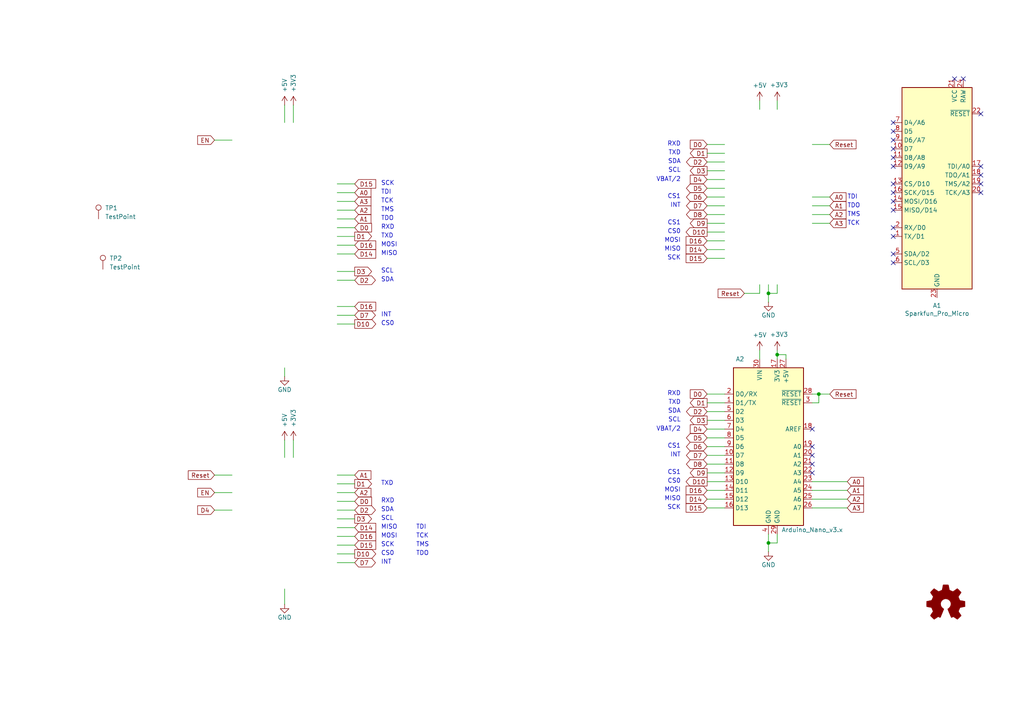
<source format=kicad_sch>
(kicad_sch (version 20231120) (generator "eeschema") (generator_version "8.0")
  (paper "A4")
  (title_block (title "WING") (date "2020-06-01") (rev "v1.0") (company "nerdyscout"))
  (lib_symbols
    (symbol "Connector:TestPoint" (pin_numbers hide) (pin_names (offset 0.762) hide)
      (property "Reference" "TP" (at 0 6.858 0))
      (property "Value" "TestPoint" (at 0 5.08 0))
      (symbol "TestPoint_0_1"
        (circle (center 0 3.302) (radius 0.762))
      )
      (symbol "TestPoint_1_1"
        (pin passive line (at 0 0 90) (length 2.54) (name "1") (number "1"))
      )
    )
    (symbol "Graphic:Logo_Open_Hardware_Small" (in_bom no) (on_board no)
      (symbol "Logo_Open_Hardware_Small_0_1"
        (polyline (pts (xy 3.3528 -4.3434) (xy 3.302 -4.318) (xy 3.175 -4.2418) (xy 2.9972 -4.1148) (xy 2.7686 -3.9624) (xy 2.54 -3.81) (xy 2.3622 -3.7084) (xy 2.2352 -3.6068) (xy 2.1844 -3.5814) (xy 2.159 -3.6068) (xy 2.0574 -3.6576) (xy 1.905 -3.7338) (xy 1.8034 -3.7846) (xy 1.6764 -3.8354) (xy 1.6002 -3.8354) (xy 1.6002 -3.8354) (xy 1.5494 -3.7338) (xy 1.4732 -3.5306) (xy 1.3462 -3.302) (xy 1.2446 -3.0226) (xy 1.1176 -2.7178) (xy 0.9652 -2.413) (xy 0.8636 -2.1082) (xy 0.7366 -1.8288) (xy 0.6604 -1.6256) (xy 0.6096 -1.4732) (xy 0.5842 -1.397) (xy 0.5842 -1.397) (xy 0.6604 -1.3208) (xy 0.7874 -1.2446) (xy 1.0414 -1.016) (xy 1.2954 -0.6858) (xy 1.4478 -0.3302) (xy 1.524 0.0762) (xy 1.4732 0.4572) (xy 1.3208 0.8128) (xy 1.0668 1.143) (xy 0.762 1.3716) (xy 0.4064 1.524) (xy 0 1.5748) (xy -0.381 1.5494) (xy -0.7366 1.397) (xy -1.0668 1.143) (xy -1.2192 0.9906) (xy -1.397 0.6604) (xy -1.524 0.3048) (xy -1.524 0.2286) (xy -1.4986 -0.1778) (xy -1.397 -0.5334) (xy -1.1938 -0.8636) (xy -0.9144 -1.143) (xy -0.8636 -1.1684) (xy -0.7366 -1.27) (xy -0.635 -1.3462) (xy -0.5842 -1.397) (xy -1.0668 -2.5908) (xy -1.143 -2.794) (xy -1.2954 -3.1242) (xy -1.397 -3.4036) (xy -1.4986 -3.6322) (xy -1.5748 -3.7846) (xy -1.6002 -3.8354) (xy -1.6002 -3.8354) (xy -1.651 -3.8354) (xy -1.7272 -3.81) (xy -1.905 -3.7338) (xy -2.0066 -3.683) (xy -2.1336 -3.6068) (xy -2.2098 -3.5814) (xy -2.2606 -3.6068) (xy -2.3622 -3.683) (xy -2.54 -3.81) (xy -2.7686 -3.9624) (xy -2.9718 -4.0894) (xy -3.1496 -4.2164) (xy -3.302 -4.318) (xy -3.3528 -4.3434) (xy -3.3782 -4.3434) (xy -3.429 -4.318) (xy -3.5306 -4.2164) (xy -3.7084 -4.064) (xy -3.937 -3.8354) (xy -3.9624 -3.81) (xy -4.1656 -3.6068) (xy -4.318 -3.4544) (xy -4.4196 -3.3274) (xy -4.445 -3.2766) (xy -4.445 -3.2766) (xy -4.4196 -3.2258) (xy -4.318 -3.0734) (xy -4.2164 -2.8956) (xy -4.064 -2.667) (xy -3.6576 -2.0828) (xy -3.8862 -1.5494) (xy -3.937 -1.3716) (xy -4.0386 -1.1684) (xy -4.0894 -1.0414) (xy -4.1148 -0.9652) (xy -4.191 -0.9398) (xy -4.318 -0.9144) (xy -4.5466 -0.8636) (xy -4.8006 -0.8128) (xy -5.0546 -0.7874) (xy -5.2578 -0.7366) (xy -5.4356 -0.7112) (xy -5.5118 -0.6858) (xy -5.5118 -0.6858) (xy -5.5372 -0.635) (xy -5.5372 -0.5588) (xy -5.5372 -0.4318) (xy -5.5626 -0.2286) (xy -5.5626 0.0762) (xy -5.5626 0.127) (xy -5.5372 0.4064) (xy -5.5372 0.635) (xy -5.5372 0.762) (xy -5.5372 0.8382) (xy -5.5372 0.8382) (xy -5.461 0.8382) (xy -5.3086 0.889) (xy -5.08 0.9144) (xy -4.826 0.9652) (xy -4.8006 0.9906) (xy -4.5466 1.0414) (xy -4.318 1.0668) (xy -4.1656 1.1176) (xy -4.0894 1.143) (xy -4.0894 1.143) (xy -4.0386 1.2446) (xy -3.9624 1.4224) (xy -3.8608 1.6256) (xy -3.7846 1.8288) (xy -3.7084 2.0066) (xy -3.6576 2.159) (xy -3.6322 2.2098) (xy -3.6322 2.2098) (xy -3.683 2.286) (xy -3.7592 2.413) (xy -3.8862 2.5908) (xy -4.064 2.8194) (xy -4.064 2.8448) (xy -4.2164 3.0734) (xy -4.3434 3.2512) (xy -4.4196 3.3782) (xy -4.445 3.4544) (xy -4.445 3.4544) (xy -4.3942 3.5052) (xy -4.2926 3.6322) (xy -4.1148 3.81) (xy -3.937 4.0132) (xy -3.8608 4.064) (xy -3.6576 4.2926) (xy -3.5052 4.4196) (xy -3.4036 4.4958) (xy -3.3528 4.5212) (xy -3.3528 4.5212) (xy -3.302 4.4704) (xy -3.1496 4.3688) (xy -2.9718 4.2418) (xy -2.7432 4.0894) (xy -2.7178 4.0894) (xy -2.4892 3.937) (xy -2.3114 3.81) (xy -2.1844 3.7084) (xy -2.1336 3.683) (xy -2.1082 3.683) (xy -2.032 3.7084) (xy -1.8542 3.7592) (xy -1.6764 3.8354) (xy -1.4732 3.937) (xy -1.27 4.0132) (xy -1.143 4.064) (xy -1.0668 4.1148) (xy -1.0668 4.1148) (xy -1.0414 4.191) (xy -1.016 4.3434) (xy -0.9652 4.572) (xy -0.9144 4.8514) (xy -0.889 4.9022) (xy -0.8382 5.1562) (xy -0.8128 5.3848) (xy -0.7874 5.5372) (xy -0.762 5.588) (xy -0.7112 5.6134) (xy -0.5842 5.6134) (xy -0.4064 5.6134) (xy -0.1524 5.6134) (xy 0.0762 5.6134) (xy 0.3302 5.6134) (xy 0.5334 5.6134) (xy 0.6858 5.588) (xy 0.7366 5.588) (xy 0.7366 5.588) (xy 0.762 5.5118) (xy 0.8128 5.334) (xy 0.8382 5.1054) (xy 0.9144 4.826) (xy 0.9144 4.7752) (xy 0.9652 4.5212) (xy 1.016 4.2926) (xy 1.0414 4.1402) (xy 1.0668 4.0894) (xy 1.0668 4.0894) (xy 1.1938 4.0386) (xy 1.3716 3.9624) (xy 1.5748 3.8608) (xy 2.0828 3.6576) (xy 2.7178 4.0894) (xy 2.7686 4.1402) (xy 2.9972 4.2926) (xy 3.175 4.4196) (xy 3.302 4.4958) (xy 3.3782 4.5212) (xy 3.3782 4.5212) (xy 3.429 4.4704) (xy 3.556 4.3434) (xy 3.7338 4.191) (xy 3.9116 3.9878) (xy 4.064 3.8354) (xy 4.2418 3.6576) (xy 4.3434 3.556) (xy 4.4196 3.4798) (xy 4.4196 3.429) (xy 4.4196 3.4036) (xy 4.3942 3.3274) (xy 4.2926 3.2004) (xy 4.1656 2.9972) (xy 4.0132 2.794) (xy 3.8862 2.5908) (xy 3.7592 2.3876) (xy 3.6576 2.2352) (xy 3.6322 2.159) (xy 3.6322 2.1336) (xy 3.683 2.0066) (xy 3.7592 1.8288) (xy 3.8608 1.6002) (xy 4.064 1.1176) (xy 4.3942 1.0414) (xy 4.5974 1.016) (xy 4.8768 0.9652) (xy 5.1308 0.9144) (xy 5.5372 0.8382) (xy 5.5626 -0.6604) (xy 5.4864 -0.6858) (xy 5.4356 -0.6858) (xy 5.2832 -0.7366) (xy 5.0546 -0.762) (xy 4.8006 -0.8128) (xy 4.5974 -0.8636) (xy 4.3688 -0.9144) (xy 4.2164 -0.9398) (xy 4.1402 -0.9398) (xy 4.1148 -0.9652) (xy 4.064 -1.0668) (xy 3.9878 -1.2446) (xy 3.9116 -1.4478) (xy 3.81 -1.651) (xy 3.7338 -1.8542) (xy 3.683 -2.0066) (xy 3.6576 -2.0828) (xy 3.683 -2.1336) (xy 3.7846 -2.2606) (xy 3.8862 -2.4638) (xy 4.0386 -2.667) (xy 4.191 -2.8956) (xy 4.318 -3.0734) (xy 4.3942 -3.2004) (xy 4.445 -3.2766) (xy 4.4196 -3.3274) (xy 4.3434 -3.429) (xy 4.1656 -3.5814) (xy 3.937 -3.8354) (xy 3.8862 -3.8608) (xy 3.683 -4.064) (xy 3.5306 -4.2164) (xy 3.4036 -4.318) (xy 3.3528 -4.3434)) (fill (type outline)))
      )
    )
    (symbol "MCU_Module:Arduino_Nano_v3.x"
      (property "Reference" "A" (at -10.16 23.495 0))
      (property "Value" "Arduino_Nano_v3.x" (at 5.08 -24.13 0))
      (symbol "Arduino_Nano_v3.x_0_1"
        (rectangle (start -10.16 22.86) (end 10.16 -22.86) (stroke (width 0.254)) (fill (type background)))
      )
      (symbol "Arduino_Nano_v3.x_1_1"
        (pin bidirectional line (at -12.7 12.7 0) (length 2.54) (name "D1/TX") (number "1"))
        (pin bidirectional line (at -12.7 -2.54 0) (length 2.54) (name "D7") (number "10"))
        (pin bidirectional line (at -12.7 -5.08 0) (length 2.54) (name "D8") (number "11"))
        (pin bidirectional line (at -12.7 -7.62 0) (length 2.54) (name "D9") (number "12"))
        (pin bidirectional line (at -12.7 -10.16 0) (length 2.54) (name "D10") (number "13"))
        (pin bidirectional line (at -12.7 -12.7 0) (length 2.54) (name "D11") (number "14"))
        (pin bidirectional line (at -12.7 -15.24 0) (length 2.54) (name "D12") (number "15"))
        (pin bidirectional line (at -12.7 -17.78 0) (length 2.54) (name "D13") (number "16"))
        (pin power_out line (at 2.54 25.4 270) (length 2.54) (name "3V3") (number "17"))
        (pin input line (at 12.7 5.08 180) (length 2.54) (name "AREF") (number "18"))
        (pin bidirectional line (at 12.7 0 180) (length 2.54) (name "A0") (number "19"))
        (pin bidirectional line (at -12.7 15.24 0) (length 2.54) (name "D0/RX") (number "2"))
        (pin bidirectional line (at 12.7 -2.54 180) (length 2.54) (name "A1") (number "20"))
        (pin bidirectional line (at 12.7 -5.08 180) (length 2.54) (name "A2") (number "21"))
        (pin bidirectional line (at 12.7 -7.62 180) (length 2.54) (name "A3") (number "22"))
        (pin bidirectional line (at 12.7 -10.16 180) (length 2.54) (name "A4") (number "23"))
        (pin bidirectional line (at 12.7 -12.7 180) (length 2.54) (name "A5") (number "24"))
        (pin bidirectional line (at 12.7 -15.24 180) (length 2.54) (name "A6") (number "25"))
        (pin bidirectional line (at 12.7 -17.78 180) (length 2.54) (name "A7") (number "26"))
        (pin power_out line (at 5.08 25.4 270) (length 2.54) (name "+5V") (number "27"))
        (pin input line (at 12.7 15.24 180) (length 2.54) (name "~{RESET}") (number "28"))
        (pin power_in line (at 2.54 -25.4 90) (length 2.54) (name "GND") (number "29"))
        (pin input line (at 12.7 12.7 180) (length 2.54) (name "~{RESET}") (number "3"))
        (pin power_in line (at -2.54 25.4 270) (length 2.54) (name "VIN") (number "30"))
        (pin power_in line (at 0 -25.4 90) (length 2.54) (name "GND") (number "4"))
        (pin bidirectional line (at -12.7 10.16 0) (length 2.54) (name "D2") (number "5"))
        (pin bidirectional line (at -12.7 7.62 0) (length 2.54) (name "D3") (number "6"))
        (pin bidirectional line (at -12.7 5.08 0) (length 2.54) (name "D4") (number "7"))
        (pin bidirectional line (at -12.7 2.54 0) (length 2.54) (name "D5") (number "8"))
        (pin bidirectional line (at -12.7 0 0) (length 2.54) (name "D6") (number "9"))
      )
    )
    (symbol "ProMicro:Sparkfun_Pro_Micro"
      (property "Reference" "A" (at -10.16 29.21 0))
      (property "Value" "Sparkfun_Pro_Micro" (at 2.54 -31.75 0))
      (symbol "Sparkfun_Pro_Micro_0_1"
        (rectangle (start -10.16 27.94) (end 10.16 -30.48) (stroke (width 0.254)) (fill (type background)))
      )
      (symbol "Sparkfun_Pro_Micro_1_1"
        (pin bidirectional line (at -12.7 -15.24 0) (length 2.54) (name "TX/D1") (number "1"))
        (pin bidirectional line (at -12.7 10.16 0) (length 2.54) (name "D7") (number "10"))
        (pin bidirectional line (at -12.7 7.62 0) (length 2.54) (name "D8/A8") (number "11"))
        (pin bidirectional line (at -12.7 5.08 0) (length 2.54) (name "D9/A9") (number "12"))
        (pin bidirectional line (at -12.7 0 0) (length 2.54) (name "CS/D10") (number "13"))
        (pin bidirectional line (at -12.7 -5.08 0) (length 2.54) (name "MOSI/D16") (number "14"))
        (pin bidirectional line (at -12.7 -7.62 0) (length 2.54) (name "MISO/D14") (number "15"))
        (pin bidirectional line (at -12.7 -2.54 0) (length 2.54) (name "SCK/D15") (number "16"))
        (pin bidirectional line (at 12.7 5.08 180) (length 2.54) (name "TDI/A0") (number "17"))
        (pin bidirectional line (at 12.7 2.54 180) (length 2.54) (name "TDO/A1") (number "18"))
        (pin bidirectional line (at 12.7 0 180) (length 2.54) (name "TMS/A2") (number "19"))
        (pin bidirectional line (at -12.7 -12.7 0) (length 2.54) (name "RX/D0") (number "2"))
        (pin bidirectional line (at 12.7 -2.54 180) (length 2.54) (name "TCK/A3") (number "20"))
        (pin power_in line (at 5.08 30.48 270) (length 2.54) (name "VCC") (number "21"))
        (pin input line (at 12.7 20.32 180) (length 2.54) (name "~{RESET}") (number "22"))
        (pin power_in line (at 0 -33.02 90) (length 2.54) (name "GND") (number "23"))
        (pin power_in line (at 7.62 30.48 270) (length 2.54) (name "RAW") (number "24"))
        (pin passive line (at 0 -33.02 90) (length 2.54) hide (name "GND") (number "3"))
        (pin passive line (at 0 -33.02 90) (length 2.54) hide (name "GND") (number "4"))
        (pin bidirectional line (at -12.7 -20.32 0) (length 2.54) (name "SDA/D2") (number "5"))
        (pin bidirectional line (at -12.7 -22.86 0) (length 2.54) (name "SCL/D3") (number "6"))
        (pin bidirectional line (at -12.7 17.78 0) (length 2.54) (name "D4/A6") (number "7"))
        (pin bidirectional line (at -12.7 15.24 0) (length 2.54) (name "D5") (number "8"))
        (pin bidirectional line (at -12.7 12.7 0) (length 2.54) (name "D6/A7") (number "9"))
      )
    )
    (symbol "power:+3V3" (power) (pin_numbers hide) (pin_names (offset 0) hide)
      (property "Value" "+3V3" (at 0 3.556 0))
      (symbol "+3V3_0_1"
        (polyline (pts (xy -0.762 1.27) (xy 0 2.54)))
        (polyline (pts (xy 0 0) (xy 0 2.54)))
        (polyline (pts (xy 0 2.54) (xy 0.762 1.27)))
      )
      (symbol "+3V3_1_1"
        (pin power_in line (at 0 0 90) (length 0) (name "~") (number "1"))
      )
    )
    (symbol "power:+5V" (power) (pin_numbers hide) (pin_names (offset 0) hide)
      (property "Value" "+5V" (at 0 3.556 0))
      (symbol "+5V_0_1"
        (polyline (pts (xy -0.762 1.27) (xy 0 2.54)))
        (polyline (pts (xy 0 0) (xy 0 2.54)))
        (polyline (pts (xy 0 2.54) (xy 0.762 1.27)))
      )
      (symbol "+5V_1_1"
        (pin power_in line (at 0 0 90) (length 0) (name "~") (number "1"))
      )
    )
    (symbol "power:GND" (power) (pin_numbers hide) (pin_names (offset 0) hide)
      (property "Value" "GND" (at 0 -3.81 0))
      (symbol "GND_0_1"
        (polyline (pts (xy 0 0) (xy 0 -1.27) (xy 1.27 -1.27) (xy 0 -2.54) (xy -1.27 -1.27) (xy 0 -1.27)))
      )
      (symbol "GND_1_1"
        (pin power_in line (at 0 0 270) (length 0) (name "~") (number "1"))
      )
    )
  )
  (junction (at 225.425 102.87))
  (junction (at 222.885 157.48))
  (junction (at 222.885 85.09))
  (junction (at 237.49 114.3))
  (no_connect (at 259.08 58.42))
  (no_connect (at 279.4 22.86))
  (no_connect (at 259.08 66.04))
  (no_connect (at 276.86 22.86))
  (no_connect (at 259.08 76.2))
  (no_connect (at 259.08 68.58))
  (no_connect (at 235.585 134.62))
  (no_connect (at 259.08 45.72))
  (no_connect (at 235.585 129.54))
  (no_connect (at 259.08 38.1))
  (no_connect (at 259.08 55.88))
  (no_connect (at 259.08 43.18))
  (no_connect (at 284.48 48.26))
  (no_connect (at 235.585 137.16))
  (no_connect (at 259.08 48.26))
  (no_connect (at 259.08 73.66))
  (no_connect (at 284.48 50.8))
  (no_connect (at 284.48 53.34))
  (no_connect (at 259.08 40.64))
  (no_connect (at 259.08 35.56))
  (no_connect (at 284.48 55.88))
  (no_connect (at 235.585 132.08))
  (no_connect (at 284.48 33.02))
  (no_connect (at 259.08 53.34))
  (no_connect (at 235.585 124.46))
  (no_connect (at 259.08 60.96))
  (wire (pts (xy 225.425 85.09) (xy 222.885 85.09)))
  (wire (pts (xy 102.87 68.58) (xy 97.79 68.58)))
  (wire (pts (xy 205.105 57.15) (xy 210.185 57.15)))
  (wire (pts (xy 205.105 67.31) (xy 210.185 67.31)))
  (wire (pts (xy 205.105 132.08) (xy 210.185 132.08)))
  (wire (pts (xy 102.87 66.04) (xy 97.79 66.04)))
  (wire (pts (xy 235.585 139.7) (xy 245.745 139.7)))
  (wire (pts (xy 102.87 88.9) (xy 97.79 88.9)))
  (wire (pts (xy 215.9 85.09) (xy 220.345 85.09)))
  (wire (pts (xy 97.79 60.96) (xy 102.87 60.96)))
  (wire (pts (xy 85.09 35.56) (xy 85.09 30.48)))
  (wire (pts (xy 102.87 71.12) (xy 97.79 71.12)))
  (wire (pts (xy 205.105 64.77) (xy 210.185 64.77)))
  (wire (pts (xy 205.105 52.07) (xy 210.185 52.07)))
  (wire (pts (xy 235.585 142.24) (xy 245.745 142.24)))
  (wire (pts (xy 225.425 154.94) (xy 225.425 157.48)))
  (wire (pts (xy 102.87 73.66) (xy 97.79 73.66)))
  (wire (pts (xy 205.105 49.53) (xy 210.185 49.53)))
  (wire (pts (xy 102.87 53.34) (xy 97.79 53.34)))
  (wire (pts (xy 102.87 155.575) (xy 97.79 155.575)))
  (wire (pts (xy 102.87 160.655) (xy 97.79 160.655)))
  (wire (pts (xy 205.105 72.39) (xy 210.185 72.39)))
  (wire (pts (xy 102.87 163.195) (xy 97.79 163.195)))
  (wire (pts (xy 205.105 74.93) (xy 210.185 74.93)))
  (wire (pts (xy 205.105 62.23) (xy 210.185 62.23)))
  (wire (pts (xy 235.585 59.69) (xy 240.665 59.69)))
  (wire (pts (xy 67.31 40.64) (xy 62.23 40.64)))
  (wire (pts (xy 82.55 127.635) (xy 82.55 132.715)))
  (wire (pts (xy 97.79 58.42) (xy 102.87 58.42)))
  (wire (pts (xy 205.105 129.54) (xy 210.185 129.54)))
  (wire (pts (xy 235.585 144.78) (xy 245.745 144.78)))
  (wire (pts (xy 205.105 134.62) (xy 210.185 134.62)))
  (wire (pts (xy 205.105 124.46) (xy 210.185 124.46)))
  (wire (pts (xy 205.105 69.85) (xy 210.185 69.85)))
  (wire (pts (xy 235.585 62.23) (xy 240.665 62.23)))
  (wire (pts (xy 102.87 93.98) (xy 97.79 93.98)))
  (wire (pts (xy 102.87 78.74) (xy 97.79 78.74)))
  (wire (pts (xy 235.585 114.3) (xy 237.49 114.3)))
  (wire (pts (xy 237.49 116.84) (xy 237.49 114.3)))
  (wire (pts (xy 205.105 119.38) (xy 210.185 119.38)))
  (wire (pts (xy 237.49 114.3) (xy 240.665 114.3)))
  (wire (pts (xy 225.425 102.87) (xy 225.425 104.14)))
  (wire (pts (xy 220.345 85.09) (xy 220.345 82.55)))
  (wire (pts (xy 222.885 157.48) (xy 222.885 160.02)))
  (wire (pts (xy 205.105 139.7) (xy 210.185 139.7)))
  (wire (pts (xy 205.105 41.91) (xy 210.185 41.91)))
  (wire (pts (xy 102.87 140.335) (xy 97.79 140.335)))
  (wire (pts (xy 235.585 116.84) (xy 237.49 116.84)))
  (wire (pts (xy 225.425 82.55) (xy 225.425 85.09)))
  (wire (pts (xy 205.105 44.45) (xy 210.185 44.45)))
  (wire (pts (xy 205.105 116.84) (xy 210.185 116.84)))
  (wire (pts (xy 205.105 147.32) (xy 210.185 147.32)))
  (wire (pts (xy 102.87 150.495) (xy 97.79 150.495)))
  (wire (pts (xy 222.885 85.09) (xy 222.885 87.63)))
  (wire (pts (xy 235.585 41.91) (xy 240.665 41.91)))
  (wire (pts (xy 227.965 104.14) (xy 227.965 102.87)))
  (wire (pts (xy 97.79 142.875) (xy 102.87 142.875)))
  (wire (pts (xy 67.31 137.795) (xy 62.23 137.795)))
  (wire (pts (xy 220.345 101.6) (xy 220.345 104.14)))
  (wire (pts (xy 225.425 101.6) (xy 225.425 102.87)))
  (wire (pts (xy 220.345 29.21) (xy 220.345 31.75)))
  (wire (pts (xy 97.79 55.88) (xy 102.87 55.88)))
  (wire (pts (xy 205.105 144.78) (xy 210.185 144.78)))
  (wire (pts (xy 62.23 147.955) (xy 67.31 147.955)))
  (wire (pts (xy 225.425 157.48) (xy 222.885 157.48)))
  (wire (pts (xy 102.87 81.28) (xy 97.79 81.28)))
  (wire (pts (xy 102.87 147.955) (xy 97.79 147.955)))
  (wire (pts (xy 85.09 132.715) (xy 85.09 127.635)))
  (wire (pts (xy 102.87 91.44) (xy 97.79 91.44)))
  (wire (pts (xy 205.105 54.61) (xy 210.185 54.61)))
  (wire (pts (xy 235.585 57.15) (xy 240.665 57.15)))
  (wire (pts (xy 222.885 82.55) (xy 222.885 85.09)))
  (wire (pts (xy 82.55 175.26) (xy 82.55 170.815)))
  (wire (pts (xy 227.965 102.87) (xy 225.425 102.87)))
  (wire (pts (xy 205.105 114.3) (xy 210.185 114.3)))
  (wire (pts (xy 102.87 153.035) (xy 97.79 153.035)))
  (wire (pts (xy 235.585 64.77) (xy 240.665 64.77)))
  (wire (pts (xy 205.105 127) (xy 210.185 127)))
  (wire (pts (xy 222.885 154.94) (xy 222.885 157.48)))
  (wire (pts (xy 102.87 145.415) (xy 97.79 145.415)))
  (wire (pts (xy 235.585 147.32) (xy 245.745 147.32)))
  (wire (pts (xy 205.105 142.24) (xy 210.185 142.24)))
  (wire (pts (xy 97.79 63.5) (xy 102.87 63.5)))
  (wire (pts (xy 82.55 30.48) (xy 82.55 35.56)))
  (wire (pts (xy 102.87 158.115) (xy 97.79 158.115)))
  (wire (pts (xy 82.55 106.68) (xy 82.55 109.22)))
  (wire (pts (xy 205.105 121.92) (xy 210.185 121.92)))
  (wire (pts (xy 205.105 137.16) (xy 210.185 137.16)))
  (wire (pts (xy 205.105 59.69) (xy 210.185 59.69)))
  (wire (pts (xy 67.31 142.875) (xy 62.23 142.875)))
  (wire (pts (xy 97.79 137.795) (xy 102.87 137.795)))
  (wire (pts (xy 225.425 29.21) (xy 225.425 31.75)))
  (wire (pts (xy 205.105 46.99) (xy 210.185 46.99)))
  (text "TDO" (at 245.745 60.452 0) (effects (font (size 1.27 1.27)) (justify left bottom)))
  (text "TDO" (at 120.65 161.29 0) (effects (font (size 1.27 1.27)) (justify left bottom)))
  (text "TXD" (at 110.49 69.215 0) (effects (font (size 1.27 1.27)) (justify left bottom)))
  (text "CS0" (at 197.485 67.945 0) (effects (font (size 1.27 1.27)) (justify right bottom)))
  (text "SCL" (at 110.49 151.13 0) (effects (font (size 1.27 1.27)) (justify left bottom)))
  (text "SDA" (at 110.49 81.915 0) (effects (font (size 1.27 1.27)) (justify left bottom)))
  (text "MISO" (at 197.485 73.025 0) (effects (font (size 1.27 1.27)) (justify right bottom)))
  (text "SCK" (at 110.49 158.75 0) (effects (font (size 1.27 1.27)) (justify left bottom)))
  (text "TDI" (at 120.65 153.67 0) (effects (font (size 1.27 1.27)) (justify left bottom)))
  (text "CS0" (at 197.485 140.335 0) (effects (font (size 1.27 1.27)) (justify right bottom)))
  (text "SCL" (at 110.49 79.375 0) (effects (font (size 1.27 1.27)) (justify left bottom)))
  (text "TXD" (at 197.485 45.085 0) (effects (font (size 1.27 1.27)) (justify right bottom)))
  (text "CS0" (at 110.49 94.615 0) (effects (font (size 1.27 1.27)) (justify left bottom)))
  (text "RXD" (at 197.485 42.545 0) (effects (font (size 1.27 1.27)) (justify right bottom)))
  (text "SCK" (at 197.485 147.955 0) (effects (font (size 1.27 1.27)) (justify right bottom)))
  (text "INT" (at 197.485 60.325 0) (effects (font (size 1.27 1.27)) (justify right bottom)))
  (text "TMS" (at 120.65 158.75 0) (effects (font (size 1.27 1.27)) (justify left bottom)))
  (text "MISO" (at 110.49 153.67 0) (effects (font (size 1.27 1.27)) (justify left bottom)))
  (text "SCL" (at 197.485 122.555 0) (effects (font (size 1.27 1.27)) (justify right bottom)))
  (text "RXD" (at 197.485 114.935 0) (effects (font (size 1.27 1.27)) (justify right bottom)))
  (text "CS1" (at 197.485 65.405 0) (effects (font (size 1.27 1.27)) (justify right bottom)))
  (text "TMS" (at 245.745 62.992 0) (effects (font (size 1.27 1.27)) (justify left bottom)))
  (text "TXD" (at 197.485 117.475 0) (effects (font (size 1.27 1.27)) (justify right bottom)))
  (text "VBAT/2" (at 197.485 125.222 0) (effects (font (size 1.27 1.27)) (justify right bottom)))
  (text "SCL" (at 197.485 50.165 0) (effects (font (size 1.27 1.27)) (justify right bottom)))
  (text "VBAT/2" (at 197.485 52.832 0) (effects (font (size 1.27 1.27)) (justify right bottom)))
  (text "TCK" (at 120.65 156.21 0) (effects (font (size 1.27 1.27)) (justify left bottom)))
  (text "TCK" (at 245.745 65.532 0) (effects (font (size 1.27 1.27)) (justify left bottom)))
  (text "MISO" (at 197.485 145.415 0) (effects (font (size 1.27 1.27)) (justify right bottom)))
  (text "TXD" (at 110.49 140.97 0) (effects (font (size 1.27 1.27)) (justify left bottom)))
  (text "SDA" (at 110.49 148.59 0) (effects (font (size 1.27 1.27)) (justify left bottom)))
  (text "RXD" (at 110.49 66.675 0) (effects (font (size 1.27 1.27)) (justify left bottom)))
  (text "TCK" (at 110.49 59.055 0) (effects (font (size 1.27 1.27)) (justify left bottom)))
  (text "TMS" (at 110.49 61.595 0) (effects (font (size 1.27 1.27)) (justify left bottom)))
  (text "MOSI" (at 197.485 142.875 0) (effects (font (size 1.27 1.27)) (justify right bottom)))
  (text "MISO" (at 110.49 74.295 0) (effects (font (size 1.27 1.27)) (justify left bottom)))
  (text "INT" (at 197.485 132.715 0) (effects (font (size 1.27 1.27)) (justify right bottom)))
  (text "SDA" (at 197.485 47.625 0) (effects (font (size 1.27 1.27)) (justify right bottom)))
  (text "MOSI" (at 110.49 71.755 0) (effects (font (size 1.27 1.27)) (justify left bottom)))
  (text "CS1" (at 197.485 57.785 0) (effects (font (size 1.27 1.27)) (justify right bottom)))
  (text "CS0" (at 110.49 161.29 0) (effects (font (size 1.27 1.27)) (justify left bottom)))
  (text "CS1" (at 197.485 137.795 0) (effects (font (size 1.27 1.27)) (justify right bottom)))
  (text "INT" (at 110.49 92.075 0) (effects (font (size 1.27 1.27)) (justify left bottom)))
  (text "CS1" (at 197.485 130.175 0) (effects (font (size 1.27 1.27)) (justify right bottom)))
  (text "RXD" (at 110.49 146.05 0) (effects (font (size 1.27 1.27)) (justify left bottom)))
  (text "MOSI" (at 197.485 70.485 0) (effects (font (size 1.27 1.27)) (justify right bottom)))
  (text "TDI" (at 110.49 56.515 0) (effects (font (size 1.27 1.27)) (justify left bottom)))
  (text "MOSI" (at 110.49 156.21 0) (effects (font (size 1.27 1.27)) (justify left bottom)))
  (text "SCK" (at 197.485 75.565 0) (effects (font (size 1.27 1.27)) (justify right bottom)))
  (text "TDO" (at 110.49 64.135 0) (effects (font (size 1.27 1.27)) (justify left bottom)))
  (text "INT" (at 110.49 163.83 0) (effects (font (size 1.27 1.27)) (justify left bottom)))
  (text "SCK" (at 110.49 53.975 0) (effects (font (size 1.27 1.27)) (justify left bottom)))
  (text "TDI" (at 245.745 57.912 0) (effects (font (size 1.27 1.27)) (justify left bottom)))
  (text "SDA" (at 197.485 120.015 0) (effects (font (size 1.27 1.27)) (justify right bottom)))
  (global_label "D1" (shape output) (at 205.105 116.84 180) (property "Intersheetrefs" "${INTERSHEET_REFS}" (effects (hide yes))))
  (global_label "D15" (shape input) (at 205.105 147.32 180) (property "Intersheetrefs" "${INTERSHEET_REFS}" (effects (hide yes))))
  (global_label "D7" (shape bidirectional) (at 102.87 163.195 0) (property "Intersheetrefs" "${INTERSHEET_REFS}" (effects (hide yes))))
  (global_label "EN" (shape input) (at 62.23 40.64 180) (property "Intersheetrefs" "${INTERSHEET_REFS}" (effects (hide yes))))
  (global_label "D9" (shape output) (at 205.105 137.16 180) (property "Intersheetrefs" "${INTERSHEET_REFS}" (effects (hide yes))))
  (global_label "D0" (shape input) (at 102.87 66.04 0) (property "Intersheetrefs" "${INTERSHEET_REFS}" (effects (hide yes))))
  (global_label "A2" (shape input) (at 102.87 60.96 0) (property "Intersheetrefs" "${INTERSHEET_REFS}" (effects (hide yes))))
  (global_label "D14" (shape input) (at 205.105 72.39 180) (property "Intersheetrefs" "${INTERSHEET_REFS}" (effects (hide yes))))
  (global_label "Reset" (shape input) (at 240.665 41.91 0) (property "Intersheetrefs" "${INTERSHEET_REFS}" (effects (hide yes))))
  (global_label "Reset" (shape input) (at 215.9 85.09 180) (property "Intersheetrefs" "${INTERSHEET_REFS}" (effects (hide yes))))
  (global_label "D10" (shape output) (at 205.105 139.7 180) (property "Intersheetrefs" "${INTERSHEET_REFS}" (effects (hide yes))))
  (global_label "D2" (shape bidirectional) (at 102.87 81.28 0) (property "Intersheetrefs" "${INTERSHEET_REFS}" (effects (hide yes))))
  (global_label "D9" (shape output) (at 205.105 64.77 180) (property "Intersheetrefs" "${INTERSHEET_REFS}" (effects (hide yes))))
  (global_label "D16" (shape input) (at 205.105 142.24 180) (property "Intersheetrefs" "${INTERSHEET_REFS}" (effects (hide yes))))
  (global_label "D7" (shape bidirectional) (at 205.105 59.69 180) (property "Intersheetrefs" "${INTERSHEET_REFS}" (effects (hide yes))))
  (global_label "D10" (shape output) (at 205.105 67.31 180) (property "Intersheetrefs" "${INTERSHEET_REFS}" (effects (hide yes))))
  (global_label "D14" (shape input) (at 102.87 73.66 0) (property "Intersheetrefs" "${INTERSHEET_REFS}" (effects (hide yes))))
  (global_label "D0" (shape input) (at 102.87 145.415 0) (property "Intersheetrefs" "${INTERSHEET_REFS}" (effects (hide yes))))
  (global_label "A3" (shape input) (at 240.665 64.77 0) (property "Intersheetrefs" "${INTERSHEET_REFS}" (effects (hide yes))))
  (global_label "D6" (shape bidirectional) (at 205.105 57.15 180) (property "Intersheetrefs" "${INTERSHEET_REFS}" (effects (hide yes))))
  (global_label "A1" (shape input) (at 240.665 59.69 0) (property "Intersheetrefs" "${INTERSHEET_REFS}" (effects (hide yes))))
  (global_label "D0" (shape input) (at 205.105 114.3 180) (property "Intersheetrefs" "${INTERSHEET_REFS}" (effects (hide yes))))
  (global_label "Reset" (shape input) (at 240.665 114.3 0) (property "Intersheetrefs" "${INTERSHEET_REFS}" (effects (hide yes))))
  (global_label "D3" (shape output) (at 102.87 150.495 0) (property "Intersheetrefs" "${INTERSHEET_REFS}" (effects (hide yes))))
  (global_label "D3" (shape output) (at 102.87 78.74 0) (property "Intersheetrefs" "${INTERSHEET_REFS}" (effects (hide yes))))
  (global_label "D8" (shape bidirectional) (at 205.105 62.23 180) (property "Intersheetrefs" "${INTERSHEET_REFS}" (effects (hide yes))))
  (global_label "D2" (shape bidirectional) (at 102.87 147.955 0) (property "Intersheetrefs" "${INTERSHEET_REFS}" (effects (hide yes))))
  (global_label "D5" (shape bidirectional) (at 205.105 127 180) (property "Intersheetrefs" "${INTERSHEET_REFS}" (effects (hide yes))))
  (global_label "EN" (shape input) (at 62.23 142.875 180) (property "Intersheetrefs" "${INTERSHEET_REFS}" (effects (hide yes))))
  (global_label "D8" (shape bidirectional) (at 205.105 134.62 180) (property "Intersheetrefs" "${INTERSHEET_REFS}" (effects (hide yes))))
  (global_label "D16" (shape input) (at 102.87 88.9 0) (property "Intersheetrefs" "${INTERSHEET_REFS}" (effects (hide yes))))
  (global_label "Reset" (shape input) (at 62.23 137.795 180) (property "Intersheetrefs" "${INTERSHEET_REFS}" (effects (hide yes))))
  (global_label "A0" (shape input) (at 102.87 55.88 0) (property "Intersheetrefs" "${INTERSHEET_REFS}" (effects (hide yes))))
  (global_label "D5" (shape bidirectional) (at 205.105 54.61 180) (property "Intersheetrefs" "${INTERSHEET_REFS}" (effects (hide yes))))
  (global_label "D1" (shape output) (at 205.105 44.45 180) (property "Intersheetrefs" "${INTERSHEET_REFS}" (effects (hide yes))))
  (global_label "D16" (shape input) (at 205.105 69.85 180) (property "Intersheetrefs" "${INTERSHEET_REFS}" (effects (hide yes))))
  (global_label "A2" (shape input) (at 245.745 144.78 0) (property "Intersheetrefs" "${INTERSHEET_REFS}" (effects (hide yes))))
  (global_label "A1" (shape input) (at 245.745 142.24 0) (property "Intersheetrefs" "${INTERSHEET_REFS}" (effects (hide yes))))
  (global_label "D10" (shape output) (at 102.87 93.98 0) (property "Intersheetrefs" "${INTERSHEET_REFS}" (effects (hide yes))))
  (global_label "D0" (shape input) (at 205.105 41.91 180) (property "Intersheetrefs" "${INTERSHEET_REFS}" (effects (hide yes))))
  (global_label "A2" (shape input) (at 102.87 142.875 0) (property "Intersheetrefs" "${INTERSHEET_REFS}" (effects (hide yes))))
  (global_label "D2" (shape bidirectional) (at 205.105 46.99 180) (property "Intersheetrefs" "${INTERSHEET_REFS}" (effects (hide yes))))
  (global_label "D15" (shape input) (at 102.87 158.115 0) (property "Intersheetrefs" "${INTERSHEET_REFS}" (effects (hide yes))))
  (global_label "D15" (shape input) (at 102.87 53.34 0) (property "Intersheetrefs" "${INTERSHEET_REFS}" (effects (hide yes))))
  (global_label "A1" (shape input) (at 102.87 63.5 0) (property "Intersheetrefs" "${INTERSHEET_REFS}" (effects (hide yes))))
  (global_label "D14" (shape input) (at 205.105 144.78 180) (property "Intersheetrefs" "${INTERSHEET_REFS}" (effects (hide yes))))
  (global_label "D3" (shape output) (at 205.105 121.92 180) (property "Intersheetrefs" "${INTERSHEET_REFS}" (effects (hide yes))))
  (global_label "A0" (shape input) (at 245.745 139.7 0) (property "Intersheetrefs" "${INTERSHEET_REFS}" (effects (hide yes))))
  (global_label "A2" (shape input) (at 240.665 62.23 0) (property "Intersheetrefs" "${INTERSHEET_REFS}" (effects (hide yes))))
  (global_label "A3" (shape input) (at 102.87 58.42 0) (property "Intersheetrefs" "${INTERSHEET_REFS}" (effects (hide yes))))
  (global_label "D4" (shape input) (at 62.23 147.955 180) (property "Intersheetrefs" "${INTERSHEET_REFS}" (effects (hide yes))))
  (global_label "A3" (shape input) (at 245.745 147.32 0) (property "Intersheetrefs" "${INTERSHEET_REFS}" (effects (hide yes))))
  (global_label "A1" (shape input) (at 102.87 137.795 0) (property "Intersheetrefs" "${INTERSHEET_REFS}" (effects (hide yes))))
  (global_label "D10" (shape output) (at 102.87 160.655 0) (property "Intersheetrefs" "${INTERSHEET_REFS}" (effects (hide yes))))
  (global_label "D3" (shape output) (at 205.105 49.53 180) (property "Intersheetrefs" "${INTERSHEET_REFS}" (effects (hide yes))))
  (global_label "D16" (shape input) (at 102.87 155.575 0) (property "Intersheetrefs" "${INTERSHEET_REFS}" (effects (hide yes))))
  (global_label "D1" (shape output) (at 102.87 140.335 0) (property "Intersheetrefs" "${INTERSHEET_REFS}" (effects (hide yes))))
  (global_label "D7" (shape bidirectional) (at 102.87 91.44 0) (property "Intersheetrefs" "${INTERSHEET_REFS}" (effects (hide yes))))
  (global_label "D1" (shape output) (at 102.87 68.58 0) (property "Intersheetrefs" "${INTERSHEET_REFS}" (effects (hide yes))))
  (global_label "A0" (shape input) (at 240.665 57.15 0) (property "Intersheetrefs" "${INTERSHEET_REFS}" (effects (hide yes))))
  (global_label "D15" (shape input) (at 205.105 74.93 180) (property "Intersheetrefs" "${INTERSHEET_REFS}" (effects (hide yes))))
  (global_label "D14" (shape input) (at 102.87 153.035 0) (property "Intersheetrefs" "${INTERSHEET_REFS}" (effects (hide yes))))
  (global_label "D16" (shape input) (at 102.87 71.12 0) (property "Intersheetrefs" "${INTERSHEET_REFS}" (effects (hide yes))))
  (global_label "D6" (shape bidirectional) (at 205.105 129.54 180) (property "Intersheetrefs" "${INTERSHEET_REFS}" (effects (hide yes))))
  (global_label "D7" (shape bidirectional) (at 205.105 132.08 180) (property "Intersheetrefs" "${INTERSHEET_REFS}" (effects (hide yes))))
  (global_label "D2" (shape bidirectional) (at 205.105 119.38 180) (property "Intersheetrefs" "${INTERSHEET_REFS}" (effects (hide yes))))
  (global_label "D4" (shape input) (at 205.105 124.46 180) (property "Intersheetrefs" "${INTERSHEET_REFS}" (effects (hide yes))))
  (global_label "D4" (shape input) (at 205.105 52.07 180) (property "Intersheetrefs" "${INTERSHEET_REFS}" (effects (hide yes))))
  (symbol (lib_id "power:GND") (at 222.885 87.63 0) (unit 1)
    (property "Reference" "#PWR0101" (effects (hide yes)))
    (property "Value" "GND" (at 222.885 91.44 0))
  )
  (symbol (lib_id "power:+3V3") (at 225.425 29.21 0) (unit 1)
    (property "Reference" "#PWR0102" (effects (hide yes)))
    (property "Value" "+3V3" (at 225.933 24.638 0))
  )
  (symbol (lib_id "Graphic:Logo_Open_Hardware_Small") (at 274.32 175.26 0) (unit 1)
    (property "Reference" "LOGO1" (effects (hide yes)))
    (property "Value" "Logo_Open_Hardware_Small" (effects (hide yes)))
    (property "Footprint" "Symbol:OSHW-Symbol_6.7x6mm_SilkScreen" (effects (hide yes)))
  )
  (symbol (lib_id "power:GND") (at 82.55 109.22 0) (unit 1)
    (property "Reference" "#PWR0103" (effects (hide yes)))
    (property "Value" "GND" (at 82.55 113.03 0))
  )
  (symbol (lib_id "ProMicro_WING-rescue:Adafruit_HUZZAH32_ESP32_Feather-MCU_Module") (at 82.55 71.12 0) (unit 1)
    (property "Reference" "U1" (at 71.755 36.83 0))
    (property "Value" "Adafruit_HUZZAH32_ESP32_Feather" (at 101.6 105.41 0))
    (property "Footprint" "WING:Adafruit_Feather_mod2" (effects (hide yes)))
  )
  (symbol (lib_id "MCU_Module:Arduino_Nano_v3.x") (at 222.885 129.54 0) (unit 1)
    (property "Reference" "A2" (at 214.63 104.14 0))
    (property "Value" "Arduino_Nano_v3.x" (at 235.585 153.67 0))
    (property "Footprint" "Module:Arduino_Nano_mod" (effects (hide yes)))
    (property "Datasheet" "http://www.mouser.com/pdfdocs/Gravitech_Arduino_Nano3_0.pdf" (effects (hide yes)))
  )
  (symbol (lib_id "power:+3V3") (at 85.09 30.48 0) (unit 1)
    (property "Reference" "#PWR0104" (effects (hide yes)))
    (property "Value" "+3V3" (at 85.09 24.13 90))
  )
  (symbol (lib_id "power:+3V3") (at 225.425 101.6 0) (unit 1)
    (property "Reference" "#PWR0105" (effects (hide yes)))
    (property "Value" "+3V3" (at 225.933 97.028 0))
  )
  (symbol (lib_id "power:GND") (at 222.885 160.02 0) (unit 1)
    (property "Reference" "#PWR0106" (effects (hide yes)))
    (property "Value" "GND" (at 222.885 163.83 0))
  )
  (symbol (lib_id "power:+5V") (at 220.345 101.6 0) (unit 1)
    (property "Reference" "#PWR0107" (effects (hide yes)))
    (property "Value" "+5V" (at 220.345 97.155 0))
  )
  (symbol (lib_id "power:+5V") (at 220.345 29.21 0) (unit 1)
    (property "Reference" "#PWR0108" (effects (hide yes)))
    (property "Value" "+5V" (at 220.345 24.765 0))
  )
  (symbol (lib_id "power:+5V") (at 82.55 30.48 0) (unit 1)
    (property "Reference" "#PWR0109" (effects (hide yes)))
    (property "Value" "+5V" (at 82.55 24.765 90))
  )
  (symbol (lib_id "ProMicro_WING-rescue:Adafruit_Feather_HUZZAH_ESP8266-adafruit_feather_huzzah_esp8266") (at 82.55 153.035 0) (unit 1)
    (property "Reference" "U2" (at 72.39 133.35 0))
    (property "Value" "Adafruit_Feather_HUZZAH_ESP8266" (at 100.965 170.18 0))
    (property "Footprint" "WING:Adafruit_Feather" (effects (hide yes)))
  )
  (symbol (lib_id "power:GND") (at 82.55 175.26 0) (unit 1)
    (property "Reference" "#PWR0110" (effects (hide yes)))
    (property "Value" "GND" (at 82.55 179.07 0))
  )
  (symbol (lib_id "power:+3V3") (at 85.09 127.635 0) (unit 1)
    (property "Reference" "#PWR0111" (effects (hide yes)))
    (property "Value" "+3V3" (at 85.09 121.285 90))
  )
  (symbol (lib_id "power:+5V") (at 82.55 127.635 0) (unit 1)
    (property "Reference" "#PWR0112" (effects (hide yes)))
    (property "Value" "+5V" (at 82.55 121.92 90))
  )
  (symbol (lib_id "Connector:TestPoint") (at 29.845 78.105 0) (unit 1)
    (property "Reference" "TP2" (at 31.75 74.93 0) (effects (justify left)))
    (property "Value" "TestPoint" (at 31.75 77.47 0) (effects (justify left)))
    (property "Footprint" "MountingHole:MountingHole_2.7mm" (effects (hide yes)))
  )
  (symbol (lib_id "Connector:TestPoint") (at 28.575 63.5 0) (unit 1)
    (property "Reference" "TP1" (at 30.48 60.325 0) (effects (justify left)))
    (property "Value" "TestPoint" (at 30.48 62.865 0) (effects (justify left)))
    (property "Footprint" "MountingHole:MountingHole_2.7mm" (effects (hide yes)))
  )
  (symbol (lib_id "ProMicro:Sparkfun_Pro_Micro") (at 271.78 53.34 0) (unit 1)
    (property "Reference" "A1" (at 271.78 88.6206 0))
    (property "Value" "Sparkfun_Pro_Micro" (at 271.78 90.932 0))
    (property "Footprint" "Module:Sparkfun_Pro_Micro" (effects (hide yes)))
  )
)
</source>
